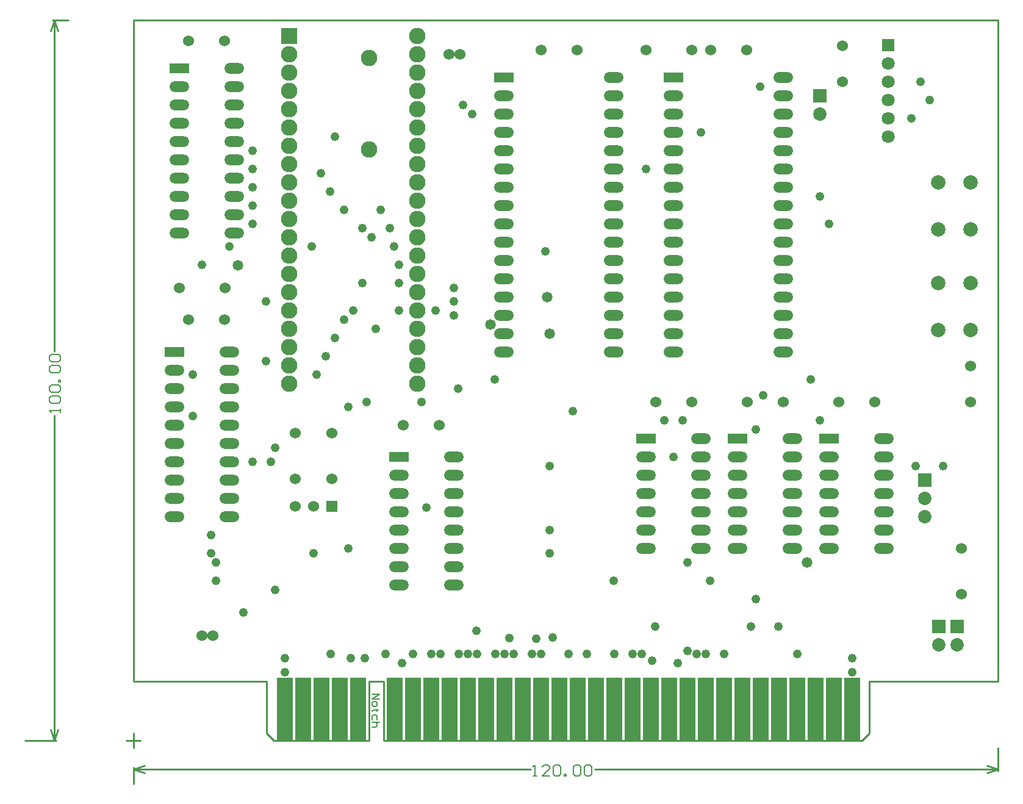
<source format=gts>
G04*
G04 #@! TF.GenerationSoftware,Altium Limited,CircuitStudio,1.5.2 (30)*
G04*
G04 Layer_Color=26367*
%FSLAX25Y25*%
%MOIN*%
G70*
G01*
G75*
%ADD11C,0.01000*%
%ADD13C,0.00800*%
%ADD14C,0.00600*%
%ADD31C,0.06000*%
%ADD39R,0.08500X0.34500*%
%ADD40C,0.09000*%
%ADD41R,0.07300X0.07300*%
%ADD42C,0.07300*%
%ADD43R,0.06000X0.06000*%
%ADD44R,0.10800X0.05800*%
%ADD45O,0.10800X0.05800*%
%ADD46R,0.09000X0.09000*%
%ADD47C,0.07906*%
%ADD48C,0.07100*%
%ADD49R,0.07100X0.07100*%
%ADD50C,0.04800*%
%ADD51C,0.05800*%
D11*
X744626Y1118252D02*
Y1131063D01*
X272185Y1111378D02*
Y1120252D01*
X524400Y1119252D02*
X744626D01*
X272185D02*
X489211D01*
X738626Y1121252D02*
X744626Y1119252D01*
X738626Y1117252D02*
X744626Y1119252D01*
X272185D02*
X278185Y1117252D01*
X272185Y1119252D02*
X278185Y1121252D01*
X227878Y1528701D02*
X236752D01*
X213130Y1135000D02*
X229878D01*
X228878Y1347845D02*
Y1528701D01*
Y1135000D02*
Y1312656D01*
X226878Y1522701D02*
X228878Y1528701D01*
X230878Y1522701D01*
X228878Y1135000D02*
X230878Y1141000D01*
X226878D02*
X228878Y1135000D01*
X401000Y1167500D02*
X409000D01*
X401000Y1135000D02*
Y1167500D01*
X350000Y1135000D02*
X401000D01*
X409000D02*
Y1167500D01*
Y1135000D02*
X670000D01*
X272185Y1131063D02*
Y1138937D01*
X268248Y1135000D02*
X276122D01*
X349700D02*
X401000D01*
X409000D02*
Y1167500D01*
X401000Y1135000D02*
Y1167500D01*
X409000Y1135000D02*
X670300D01*
X674300Y1139000D02*
Y1167500D01*
X670300Y1135000D02*
X674300Y1139000D01*
X344937D02*
Y1167480D01*
Y1139000D02*
X348937Y1135000D01*
X349700D01*
X272185Y1167480D02*
Y1528701D01*
X744626D01*
Y1167500D02*
Y1528701D01*
X674300Y1167500D02*
X744449D01*
X272185Y1167480D02*
X344937D01*
D13*
X402500Y1160500D02*
X406499D01*
X402500Y1157834D01*
X406499D01*
X402500Y1155835D02*
Y1154502D01*
X403166Y1153835D01*
X404499D01*
X405166Y1154502D01*
Y1155835D01*
X404499Y1156501D01*
X403166D01*
X402500Y1155835D01*
X405832Y1151836D02*
X405166D01*
Y1152503D01*
Y1151170D01*
Y1151836D01*
X403166D01*
X402500Y1151170D01*
X405166Y1146504D02*
Y1148504D01*
X404499Y1149170D01*
X403166D01*
X402500Y1148504D01*
Y1146504D01*
X406499Y1145172D02*
X402500D01*
X404499D01*
X405166Y1144505D01*
Y1143172D01*
X404499Y1142506D01*
X402500D01*
D14*
X490811Y1115653D02*
X492810D01*
X491810D01*
Y1121651D01*
X490811Y1120651D01*
X499808Y1115653D02*
X495809D01*
X499808Y1119652D01*
Y1120651D01*
X498808Y1121651D01*
X496809D01*
X495809Y1120651D01*
X501807D02*
X502807Y1121651D01*
X504806D01*
X505806Y1120651D01*
Y1116653D01*
X504806Y1115653D01*
X502807D01*
X501807Y1116653D01*
Y1120651D01*
X507805Y1115653D02*
Y1116653D01*
X508805D01*
Y1115653D01*
X507805D01*
X512804Y1120651D02*
X513803Y1121651D01*
X515802D01*
X516802Y1120651D01*
Y1116653D01*
X515802Y1115653D01*
X513803D01*
X512804Y1116653D01*
Y1120651D01*
X518802D02*
X519801Y1121651D01*
X521801D01*
X522800Y1120651D01*
Y1116653D01*
X521801Y1115653D01*
X519801D01*
X518802Y1116653D01*
Y1120651D01*
X232477Y1314256D02*
Y1316255D01*
Y1315255D01*
X226479D01*
X227479Y1314256D01*
Y1319254D02*
X226479Y1320254D01*
Y1322253D01*
X227479Y1323253D01*
X231477D01*
X232477Y1322253D01*
Y1320254D01*
X231477Y1319254D01*
X227479D01*
Y1325252D02*
X226479Y1326252D01*
Y1328251D01*
X227479Y1329251D01*
X231477D01*
X232477Y1328251D01*
Y1326252D01*
X231477Y1325252D01*
X227479D01*
X232477Y1331250D02*
X231477D01*
Y1332250D01*
X232477D01*
Y1331250D01*
X227479Y1336248D02*
X226479Y1337248D01*
Y1339248D01*
X227479Y1340247D01*
X231477D01*
X232477Y1339248D01*
Y1337248D01*
X231477Y1336248D01*
X227479D01*
Y1342247D02*
X226479Y1343246D01*
Y1345245D01*
X227479Y1346245D01*
X231477D01*
X232477Y1345245D01*
Y1343246D01*
X231477Y1342247D01*
X227479D01*
D31*
X724685Y1215000D02*
D03*
Y1240000D02*
D03*
X380807Y1278189D02*
D03*
Y1303189D02*
D03*
X297185Y1382500D02*
D03*
X322185D02*
D03*
X321870Y1365000D02*
D03*
X302185D02*
D03*
X321870Y1517500D02*
D03*
X302185D02*
D03*
X495000Y1512500D02*
D03*
X514685D02*
D03*
X450591Y1510000D02*
D03*
X444685D02*
D03*
X659685Y1514685D02*
D03*
Y1495000D02*
D03*
X587500Y1512500D02*
D03*
X607185D02*
D03*
X552185D02*
D03*
X577185D02*
D03*
X729685Y1339685D02*
D03*
Y1320000D02*
D03*
X657500D02*
D03*
X677185D02*
D03*
X607500D02*
D03*
X627185D02*
D03*
X557500D02*
D03*
X577185D02*
D03*
X439370Y1307500D02*
D03*
X419685D02*
D03*
X360807Y1263189D02*
D03*
X370807D02*
D03*
X360807Y1278189D02*
D03*
Y1303189D02*
D03*
X315591Y1192500D02*
D03*
X309685D02*
D03*
D39*
X395000Y1152500D02*
D03*
X665000D02*
D03*
X655000D02*
D03*
X645000D02*
D03*
X635000D02*
D03*
X355000D02*
D03*
X365000D02*
D03*
X375000D02*
D03*
X385000D02*
D03*
X415000D02*
D03*
X425000D02*
D03*
X435000D02*
D03*
X445000D02*
D03*
X455000D02*
D03*
X465000D02*
D03*
X475000D02*
D03*
X485000D02*
D03*
X495000D02*
D03*
X505000D02*
D03*
X515000D02*
D03*
X525000D02*
D03*
X535000D02*
D03*
X545000D02*
D03*
X555000D02*
D03*
X565000D02*
D03*
X575000D02*
D03*
X585000D02*
D03*
X595000D02*
D03*
X605000D02*
D03*
X615000D02*
D03*
X625000D02*
D03*
D40*
X401122Y1458130D02*
D03*
Y1508130D02*
D03*
X427185Y1520000D02*
D03*
Y1510000D02*
D03*
Y1500000D02*
D03*
Y1490000D02*
D03*
Y1480000D02*
D03*
Y1470000D02*
D03*
Y1460000D02*
D03*
Y1450000D02*
D03*
Y1440000D02*
D03*
Y1430000D02*
D03*
Y1420000D02*
D03*
Y1410000D02*
D03*
Y1400000D02*
D03*
Y1390000D02*
D03*
Y1380000D02*
D03*
Y1370000D02*
D03*
Y1360000D02*
D03*
Y1350000D02*
D03*
Y1340000D02*
D03*
Y1330000D02*
D03*
X357185D02*
D03*
Y1340000D02*
D03*
Y1350000D02*
D03*
Y1360000D02*
D03*
Y1370000D02*
D03*
Y1380000D02*
D03*
Y1390000D02*
D03*
Y1400000D02*
D03*
Y1410000D02*
D03*
Y1420000D02*
D03*
Y1430000D02*
D03*
Y1440000D02*
D03*
Y1450000D02*
D03*
Y1460000D02*
D03*
Y1470000D02*
D03*
Y1480000D02*
D03*
Y1490000D02*
D03*
Y1500000D02*
D03*
Y1510000D02*
D03*
D41*
X704685Y1277500D02*
D03*
X712185Y1197500D02*
D03*
X722185D02*
D03*
X647185Y1487500D02*
D03*
D42*
X704685Y1267500D02*
D03*
Y1257500D02*
D03*
X712185Y1187500D02*
D03*
X722185D02*
D03*
X647185Y1477500D02*
D03*
D43*
X380807Y1263189D02*
D03*
D44*
X567185Y1497500D02*
D03*
X474685Y1497500D02*
D03*
X602185Y1300000D02*
D03*
X417185Y1290000D02*
D03*
X294685Y1347500D02*
D03*
X297185Y1502500D02*
D03*
X552185Y1300000D02*
D03*
X652185D02*
D03*
D45*
X567185Y1487500D02*
D03*
Y1477500D02*
D03*
Y1467500D02*
D03*
Y1457500D02*
D03*
Y1447500D02*
D03*
Y1437500D02*
D03*
Y1427500D02*
D03*
Y1417500D02*
D03*
Y1407500D02*
D03*
Y1397500D02*
D03*
Y1387500D02*
D03*
Y1377500D02*
D03*
Y1367500D02*
D03*
Y1357500D02*
D03*
Y1347500D02*
D03*
X627185Y1497500D02*
D03*
Y1487500D02*
D03*
Y1477500D02*
D03*
Y1467500D02*
D03*
Y1457500D02*
D03*
Y1447500D02*
D03*
Y1437500D02*
D03*
Y1427500D02*
D03*
Y1417500D02*
D03*
Y1407500D02*
D03*
Y1397500D02*
D03*
Y1387500D02*
D03*
Y1377500D02*
D03*
Y1367500D02*
D03*
Y1357500D02*
D03*
Y1347500D02*
D03*
X474685Y1487500D02*
D03*
Y1477500D02*
D03*
Y1467500D02*
D03*
Y1457500D02*
D03*
Y1447500D02*
D03*
Y1437500D02*
D03*
Y1427500D02*
D03*
Y1417500D02*
D03*
Y1407500D02*
D03*
Y1397500D02*
D03*
Y1387500D02*
D03*
Y1377500D02*
D03*
Y1367500D02*
D03*
Y1357500D02*
D03*
Y1347500D02*
D03*
X534685Y1497500D02*
D03*
Y1487500D02*
D03*
Y1477500D02*
D03*
Y1467500D02*
D03*
Y1457500D02*
D03*
Y1447500D02*
D03*
Y1437500D02*
D03*
Y1427500D02*
D03*
Y1417500D02*
D03*
Y1407500D02*
D03*
Y1397500D02*
D03*
Y1387500D02*
D03*
Y1377500D02*
D03*
Y1367500D02*
D03*
Y1357500D02*
D03*
Y1347500D02*
D03*
X602185Y1240000D02*
D03*
Y1250000D02*
D03*
Y1260000D02*
D03*
Y1270000D02*
D03*
Y1280000D02*
D03*
Y1290000D02*
D03*
X632185Y1240000D02*
D03*
Y1300000D02*
D03*
Y1290000D02*
D03*
Y1280000D02*
D03*
Y1270000D02*
D03*
Y1260000D02*
D03*
Y1250000D02*
D03*
X417185Y1230000D02*
D03*
Y1240000D02*
D03*
Y1250000D02*
D03*
Y1260000D02*
D03*
Y1270000D02*
D03*
Y1280000D02*
D03*
Y1220000D02*
D03*
X447185Y1270000D02*
D03*
Y1260000D02*
D03*
Y1250000D02*
D03*
Y1240000D02*
D03*
Y1230000D02*
D03*
Y1220000D02*
D03*
Y1280000D02*
D03*
Y1290000D02*
D03*
X324685Y1307500D02*
D03*
Y1297500D02*
D03*
X294685Y1267500D02*
D03*
Y1257500D02*
D03*
X324685D02*
D03*
Y1267500D02*
D03*
Y1277500D02*
D03*
Y1287500D02*
D03*
X294685Y1277500D02*
D03*
Y1337500D02*
D03*
Y1327500D02*
D03*
Y1317500D02*
D03*
Y1307500D02*
D03*
Y1297500D02*
D03*
Y1287500D02*
D03*
X324685Y1327500D02*
D03*
Y1317500D02*
D03*
Y1337500D02*
D03*
Y1347500D02*
D03*
X327185Y1462500D02*
D03*
Y1452500D02*
D03*
X297185Y1422500D02*
D03*
Y1412500D02*
D03*
X327185D02*
D03*
Y1422500D02*
D03*
Y1432500D02*
D03*
Y1442500D02*
D03*
X297185Y1432500D02*
D03*
Y1492500D02*
D03*
Y1482500D02*
D03*
Y1472500D02*
D03*
Y1462500D02*
D03*
Y1452500D02*
D03*
Y1442500D02*
D03*
X327185Y1482500D02*
D03*
Y1472500D02*
D03*
Y1492500D02*
D03*
Y1502500D02*
D03*
X552185Y1240000D02*
D03*
Y1250000D02*
D03*
Y1260000D02*
D03*
Y1270000D02*
D03*
Y1280000D02*
D03*
Y1290000D02*
D03*
X582185Y1240000D02*
D03*
Y1300000D02*
D03*
Y1290000D02*
D03*
Y1280000D02*
D03*
Y1270000D02*
D03*
Y1260000D02*
D03*
Y1250000D02*
D03*
X652185Y1240000D02*
D03*
Y1250000D02*
D03*
Y1260000D02*
D03*
Y1270000D02*
D03*
Y1280000D02*
D03*
Y1290000D02*
D03*
X682185Y1240000D02*
D03*
Y1300000D02*
D03*
Y1290000D02*
D03*
Y1280000D02*
D03*
Y1270000D02*
D03*
Y1260000D02*
D03*
Y1250000D02*
D03*
D46*
X357185Y1520000D02*
D03*
D47*
X711968Y1440000D02*
D03*
X729685D02*
D03*
X711968Y1414409D02*
D03*
X729685D02*
D03*
X711968Y1385000D02*
D03*
X729685D02*
D03*
X711968Y1359409D02*
D03*
X729685D02*
D03*
D48*
X684685Y1465000D02*
D03*
Y1475000D02*
D03*
Y1485000D02*
D03*
Y1495000D02*
D03*
Y1505000D02*
D03*
D49*
Y1515000D02*
D03*
D50*
X344685Y1342500D02*
D03*
X332185Y1205000D02*
D03*
X349685Y1217500D02*
D03*
X609685Y1197500D02*
D03*
X624685D02*
D03*
X714685Y1285000D02*
D03*
X699685D02*
D03*
X647185Y1310000D02*
D03*
X612185Y1305000D02*
D03*
X652185Y1417500D02*
D03*
X647185Y1432500D02*
D03*
X642185Y1332500D02*
D03*
X512185Y1315000D02*
D03*
X582185Y1467500D02*
D03*
X452185Y1482500D02*
D03*
X457185Y1477500D02*
D03*
X429685Y1320000D02*
D03*
X399685D02*
D03*
X402185Y1410000D02*
D03*
X349685Y1295000D02*
D03*
X459685Y1195000D02*
D03*
X469685Y1332500D02*
D03*
X499685Y1237500D02*
D03*
Y1250000D02*
D03*
X612185Y1212500D02*
D03*
X575000Y1232500D02*
D03*
X370807Y1237500D02*
D03*
X557185Y1197500D02*
D03*
X572185Y1310000D02*
D03*
X562185D02*
D03*
X432185Y1262500D02*
D03*
X497185Y1402500D02*
D03*
X499685Y1285000D02*
D03*
X534685Y1222500D02*
D03*
X552185Y1447500D02*
D03*
X567185Y1290000D02*
D03*
X587185Y1222500D02*
D03*
X569685Y1177500D02*
D03*
X555600Y1178900D02*
D03*
X575000Y1184100D02*
D03*
X477800Y1191200D02*
D03*
X492400Y1190800D02*
D03*
X501200Y1191300D02*
D03*
X616400Y1323900D02*
D03*
X389685Y1240000D02*
D03*
Y1317500D02*
D03*
X449685Y1327500D02*
D03*
X397185Y1415000D02*
D03*
X387185Y1425000D02*
D03*
X379685Y1435000D02*
D03*
X382185Y1465000D02*
D03*
X374685Y1445000D02*
D03*
X397185Y1385000D02*
D03*
X392185Y1370000D02*
D03*
X387185Y1365000D02*
D03*
X382185Y1355000D02*
D03*
X372185Y1335000D02*
D03*
X377185Y1345000D02*
D03*
X417185Y1395000D02*
D03*
Y1385000D02*
D03*
Y1370000D02*
D03*
X447185Y1367500D02*
D03*
Y1375000D02*
D03*
Y1382500D02*
D03*
X437185Y1370000D02*
D03*
X344685Y1375000D02*
D03*
X337185Y1417500D02*
D03*
Y1427500D02*
D03*
Y1437500D02*
D03*
Y1447500D02*
D03*
Y1457500D02*
D03*
X324685Y1405000D02*
D03*
X369685D02*
D03*
X414685D02*
D03*
X412185Y1415000D02*
D03*
X407185Y1425000D02*
D03*
X580000Y1182500D02*
D03*
X550000D02*
D03*
X520000D02*
D03*
X510000D02*
D03*
X490000D02*
D03*
X480000D02*
D03*
X470000D02*
D03*
X460000D02*
D03*
X450000D02*
D03*
X440000D02*
D03*
X635000D02*
D03*
X595000D02*
D03*
X585000D02*
D03*
X545000D02*
D03*
X535000D02*
D03*
X495000D02*
D03*
X475000D02*
D03*
X455000D02*
D03*
X435000D02*
D03*
X425000D02*
D03*
X410000D02*
D03*
X380000D02*
D03*
X314685Y1247500D02*
D03*
Y1237500D02*
D03*
X317185Y1232500D02*
D03*
Y1222500D02*
D03*
X309685Y1395000D02*
D03*
X304685Y1335000D02*
D03*
Y1312500D02*
D03*
X404685Y1360000D02*
D03*
X347185Y1287500D02*
D03*
X337185D02*
D03*
X614685Y1492500D02*
D03*
X697185Y1475000D02*
D03*
X702185Y1495000D02*
D03*
X707185Y1485000D02*
D03*
X391122Y1180000D02*
D03*
X398622D02*
D03*
X665000D02*
D03*
Y1172500D02*
D03*
X418937Y1177500D02*
D03*
X355000Y1172500D02*
D03*
Y1180000D02*
D03*
D51*
X467185Y1362500D02*
D03*
X499685Y1357500D02*
D03*
X498435Y1377500D02*
D03*
X640300Y1232500D02*
D03*
X329300Y1394600D02*
D03*
M02*

</source>
